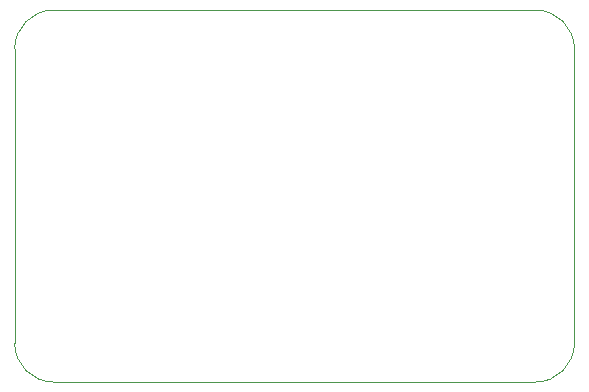
<source format=gm1>
G04 #@! TF.GenerationSoftware,KiCad,Pcbnew,(6.0.5-0)*
G04 #@! TF.CreationDate,2022-11-14T20:13:07-05:00*
G04 #@! TF.ProjectId,switchable-rf-attenuator,73776974-6368-4616-926c-652d72662d61,rev?*
G04 #@! TF.SameCoordinates,Original*
G04 #@! TF.FileFunction,Profile,NP*
%FSLAX46Y46*%
G04 Gerber Fmt 4.6, Leading zero omitted, Abs format (unit mm)*
G04 Created by KiCad (PCBNEW (6.0.5-0)) date 2022-11-14 20:13:07*
%MOMM*%
%LPD*%
G01*
G04 APERTURE LIST*
G04 #@! TA.AperFunction,Profile*
%ADD10C,0.100000*%
G04 #@! TD*
G04 APERTURE END LIST*
D10*
X192300000Y-108300000D02*
G75*
G03*
X189000000Y-105000000I-3300000J0D01*
G01*
X148200000Y-136500000D02*
X189000000Y-136500000D01*
X189000000Y-105000000D02*
X148200000Y-105000000D01*
X144900000Y-133200000D02*
X144900000Y-108300000D01*
X192300000Y-108300000D02*
X192300000Y-133200000D01*
X189000000Y-136500000D02*
G75*
G03*
X192300000Y-133200000I0J3300000D01*
G01*
X148200000Y-105000000D02*
G75*
G03*
X144900000Y-108300000I0J-3300000D01*
G01*
X144900000Y-133200000D02*
G75*
G03*
X148200000Y-136500000I3300000J0D01*
G01*
M02*

</source>
